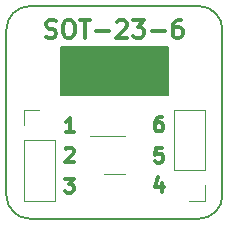
<source format=gbr>
G04 #@! TF.GenerationSoftware,KiCad,Pcbnew,5.0.1-33cea8e~68~ubuntu18.10.1*
G04 #@! TF.CreationDate,2018-12-01T22:14:16+02:00*
G04 #@! TF.ProjectId,BRK-SOT-23-6,42524B2D534F542D32332D362E6B6963,v1.0*
G04 #@! TF.SameCoordinates,Original*
G04 #@! TF.FileFunction,Legend,Top*
G04 #@! TF.FilePolarity,Positive*
%FSLAX46Y46*%
G04 Gerber Fmt 4.6, Leading zero omitted, Abs format (unit mm)*
G04 Created by KiCad (PCBNEW 5.0.1-33cea8e~68~ubuntu18.10.1) date la  1. joulukuuta 2018 22.14.16*
%MOMM*%
%LPD*%
G01*
G04 APERTURE LIST*
%ADD10C,0.150000*%
%ADD11C,0.300000*%
%ADD12C,0.120000*%
G04 APERTURE END LIST*
D10*
X52000000Y-68000000D02*
G75*
G02X50000000Y-66000000I0J2000000D01*
G01*
X68300000Y-66000000D02*
G75*
G02X66300000Y-68000000I-2000000J0D01*
G01*
X66300000Y-50000000D02*
G75*
G02X68300000Y-52000000I0J-2000000D01*
G01*
X50000000Y-52000000D02*
G75*
G02X52000000Y-50000000I2000000J0D01*
G01*
D11*
X63162142Y-64942857D02*
X63162142Y-65742857D01*
X62876428Y-64485714D02*
X62590714Y-65342857D01*
X63333571Y-65342857D01*
X63219285Y-62042857D02*
X62647857Y-62042857D01*
X62590714Y-62614285D01*
X62647857Y-62557142D01*
X62762142Y-62500000D01*
X63047857Y-62500000D01*
X63162142Y-62557142D01*
X63219285Y-62614285D01*
X63276428Y-62728571D01*
X63276428Y-63014285D01*
X63219285Y-63128571D01*
X63162142Y-63185714D01*
X63047857Y-63242857D01*
X62762142Y-63242857D01*
X62647857Y-63185714D01*
X62590714Y-63128571D01*
X63162142Y-59392857D02*
X62933571Y-59392857D01*
X62819285Y-59450000D01*
X62762142Y-59507142D01*
X62647857Y-59678571D01*
X62590714Y-59907142D01*
X62590714Y-60364285D01*
X62647857Y-60478571D01*
X62705000Y-60535714D01*
X62819285Y-60592857D01*
X63047857Y-60592857D01*
X63162142Y-60535714D01*
X63219285Y-60478571D01*
X63276428Y-60364285D01*
X63276428Y-60078571D01*
X63219285Y-59964285D01*
X63162142Y-59907142D01*
X63047857Y-59850000D01*
X62819285Y-59850000D01*
X62705000Y-59907142D01*
X62647857Y-59964285D01*
X62590714Y-60078571D01*
X54966428Y-64592857D02*
X55709285Y-64592857D01*
X55309285Y-65050000D01*
X55480714Y-65050000D01*
X55595000Y-65107142D01*
X55652142Y-65164285D01*
X55709285Y-65278571D01*
X55709285Y-65564285D01*
X55652142Y-65678571D01*
X55595000Y-65735714D01*
X55480714Y-65792857D01*
X55137857Y-65792857D01*
X55023571Y-65735714D01*
X54966428Y-65678571D01*
X55023571Y-62107142D02*
X55080714Y-62050000D01*
X55195000Y-61992857D01*
X55480714Y-61992857D01*
X55595000Y-62050000D01*
X55652142Y-62107142D01*
X55709285Y-62221428D01*
X55709285Y-62335714D01*
X55652142Y-62507142D01*
X54966428Y-63192857D01*
X55709285Y-63192857D01*
X55709285Y-60642857D02*
X55023571Y-60642857D01*
X55366428Y-60642857D02*
X55366428Y-59442857D01*
X55252142Y-59614285D01*
X55137857Y-59728571D01*
X55023571Y-59785714D01*
D10*
X66300000Y-68000000D02*
X52000000Y-68000000D01*
G36*
X54600000Y-53500000D02*
X54600000Y-57500000D01*
X63700000Y-57500000D01*
X63700000Y-53500000D01*
X54600000Y-53500000D01*
G37*
X54600000Y-53500000D02*
X54600000Y-57500000D01*
X63700000Y-57500000D01*
X63700000Y-53500000D01*
X54600000Y-53500000D01*
X68300000Y-52000000D02*
X68300000Y-66000000D01*
D11*
X53364285Y-52607142D02*
X53578571Y-52678571D01*
X53935714Y-52678571D01*
X54078571Y-52607142D01*
X54150000Y-52535714D01*
X54221428Y-52392857D01*
X54221428Y-52250000D01*
X54150000Y-52107142D01*
X54078571Y-52035714D01*
X53935714Y-51964285D01*
X53650000Y-51892857D01*
X53507142Y-51821428D01*
X53435714Y-51750000D01*
X53364285Y-51607142D01*
X53364285Y-51464285D01*
X53435714Y-51321428D01*
X53507142Y-51250000D01*
X53650000Y-51178571D01*
X54007142Y-51178571D01*
X54221428Y-51250000D01*
X55150000Y-51178571D02*
X55435714Y-51178571D01*
X55578571Y-51250000D01*
X55721428Y-51392857D01*
X55792857Y-51678571D01*
X55792857Y-52178571D01*
X55721428Y-52464285D01*
X55578571Y-52607142D01*
X55435714Y-52678571D01*
X55150000Y-52678571D01*
X55007142Y-52607142D01*
X54864285Y-52464285D01*
X54792857Y-52178571D01*
X54792857Y-51678571D01*
X54864285Y-51392857D01*
X55007142Y-51250000D01*
X55150000Y-51178571D01*
X56221428Y-51178571D02*
X57078571Y-51178571D01*
X56650000Y-52678571D02*
X56650000Y-51178571D01*
X57578571Y-52107142D02*
X58721428Y-52107142D01*
X59364285Y-51321428D02*
X59435714Y-51250000D01*
X59578571Y-51178571D01*
X59935714Y-51178571D01*
X60078571Y-51250000D01*
X60150000Y-51321428D01*
X60221428Y-51464285D01*
X60221428Y-51607142D01*
X60150000Y-51821428D01*
X59292857Y-52678571D01*
X60221428Y-52678571D01*
X60721428Y-51178571D02*
X61650000Y-51178571D01*
X61150000Y-51750000D01*
X61364285Y-51750000D01*
X61507142Y-51821428D01*
X61578571Y-51892857D01*
X61650000Y-52035714D01*
X61650000Y-52392857D01*
X61578571Y-52535714D01*
X61507142Y-52607142D01*
X61364285Y-52678571D01*
X60935714Y-52678571D01*
X60792857Y-52607142D01*
X60721428Y-52535714D01*
X62292857Y-52107142D02*
X63435714Y-52107142D01*
X64792857Y-51178571D02*
X64507142Y-51178571D01*
X64364285Y-51250000D01*
X64292857Y-51321428D01*
X64150000Y-51535714D01*
X64078571Y-51821428D01*
X64078571Y-52392857D01*
X64150000Y-52535714D01*
X64221428Y-52607142D01*
X64364285Y-52678571D01*
X64650000Y-52678571D01*
X64792857Y-52607142D01*
X64864285Y-52535714D01*
X64935714Y-52392857D01*
X64935714Y-52035714D01*
X64864285Y-51892857D01*
X64792857Y-51821428D01*
X64650000Y-51750000D01*
X64364285Y-51750000D01*
X64221428Y-51821428D01*
X64150000Y-51892857D01*
X64078571Y-52035714D01*
D10*
X52000000Y-50000000D02*
X66300000Y-50000000D01*
X50000000Y-66000000D02*
X50000000Y-52000000D01*
D12*
G04 #@! TO.C,U1*
X60050000Y-60990000D02*
X57100000Y-60990000D01*
X58250000Y-64210000D02*
X60050000Y-64210000D01*
G04 #@! TO.C,J2*
X66830000Y-66510000D02*
X65500000Y-66510000D01*
X66830000Y-65180000D02*
X66830000Y-66510000D01*
X66830000Y-63910000D02*
X64170000Y-63910000D01*
X64170000Y-63910000D02*
X64170000Y-58770000D01*
X66830000Y-63910000D02*
X66830000Y-58770000D01*
X66830000Y-58770000D02*
X64170000Y-58770000D01*
G04 #@! TO.C,J1*
X51470000Y-58770000D02*
X52800000Y-58770000D01*
X51470000Y-60100000D02*
X51470000Y-58770000D01*
X51470000Y-61370000D02*
X54130000Y-61370000D01*
X54130000Y-61370000D02*
X54130000Y-66510000D01*
X51470000Y-61370000D02*
X51470000Y-66510000D01*
X51470000Y-66510000D02*
X54130000Y-66510000D01*
G04 #@! TD*
M02*

</source>
